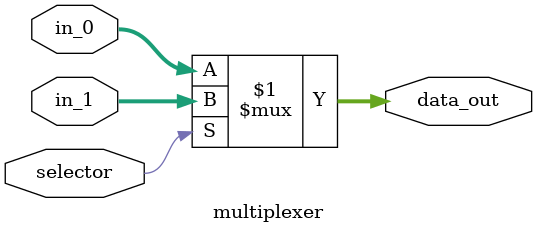
<source format=v>
module multiplexer (
    input  wire [3:0] in_0 ,
    input  wire [3:0] in_1 ,
    input  wire selector,
    output wire [3:0] data_out
);

    assign data_out = selector ? in_1 : in_0;

endmodule
</source>
